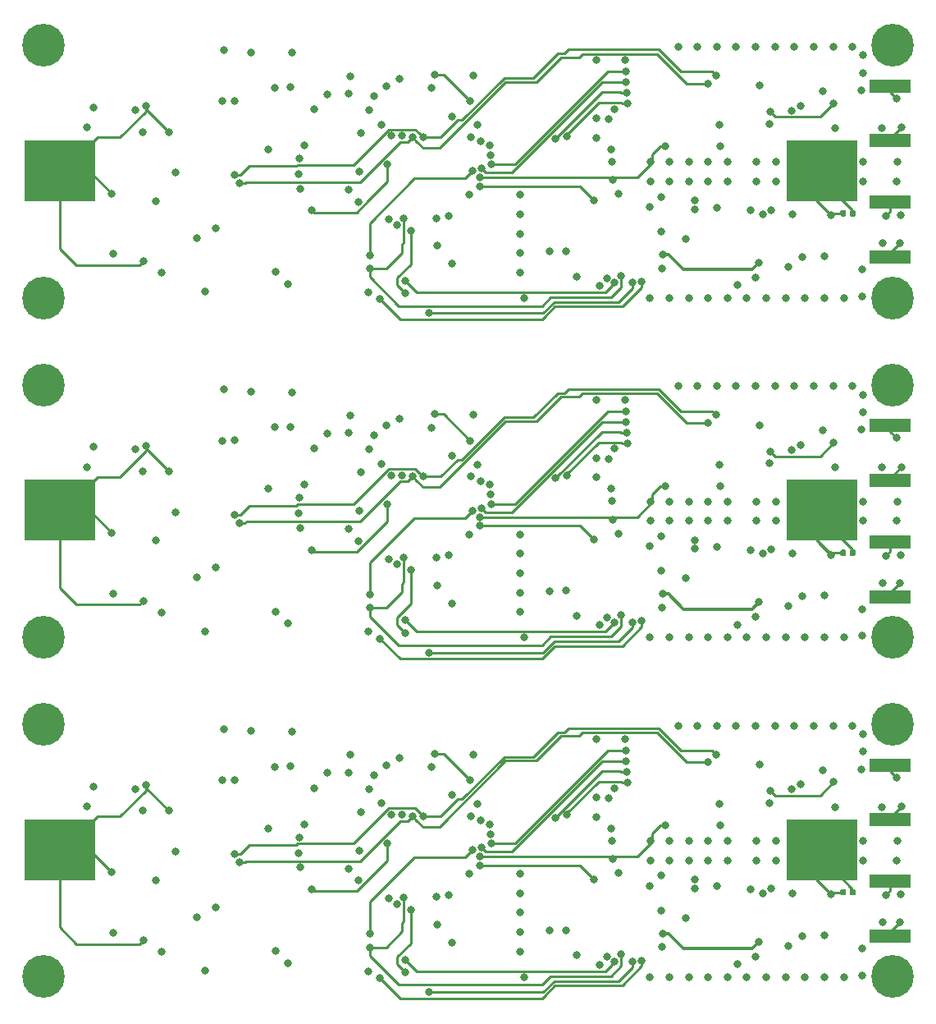
<source format=gbr>
G04 #@! TF.GenerationSoftware,KiCad,Pcbnew,(5.1.5)-3*
G04 #@! TF.CreationDate,2020-05-17T20:08:28+05:30*
G04 #@! TF.ProjectId,panel,70616e65-6c2e-46b6-9963-61645f706362,rev?*
G04 #@! TF.SameCoordinates,Original*
G04 #@! TF.FileFunction,Copper,L4,Bot*
G04 #@! TF.FilePolarity,Positive*
%FSLAX46Y46*%
G04 Gerber Fmt 4.6, Leading zero omitted, Abs format (unit mm)*
G04 Created by KiCad (PCBNEW (5.1.5)-3) date 2020-05-17 20:08:28*
%MOMM*%
%LPD*%
G04 APERTURE LIST*
%ADD10R,4.200000X1.350000*%
%ADD11C,0.100000*%
%ADD12C,0.700000*%
%ADD13C,4.400000*%
%ADD14R,7.340000X6.350000*%
%ADD15C,0.800000*%
%ADD16C,0.250000*%
%ADD17C,0.300000*%
G04 APERTURE END LIST*
D10*
X220800000Y-144175000D03*
X220800000Y-149825000D03*
X220800000Y-109175000D03*
X220800000Y-114825000D03*
X220800000Y-132175000D03*
X220800000Y-137825000D03*
X220800000Y-97175000D03*
X220800000Y-102825000D03*
G04 #@! TA.AperFunction,SMDPad,CuDef*
D11*
G36*
X217061958Y-144980710D02*
G01*
X217076276Y-144982834D01*
X217090317Y-144986351D01*
X217103946Y-144991228D01*
X217117031Y-144997417D01*
X217129447Y-145004858D01*
X217141073Y-145013481D01*
X217151798Y-145023202D01*
X217161519Y-145033927D01*
X217170142Y-145045553D01*
X217177583Y-145057969D01*
X217183772Y-145071054D01*
X217188649Y-145084683D01*
X217192166Y-145098724D01*
X217194290Y-145113042D01*
X217195000Y-145127500D01*
X217195000Y-145472500D01*
X217194290Y-145486958D01*
X217192166Y-145501276D01*
X217188649Y-145515317D01*
X217183772Y-145528946D01*
X217177583Y-145542031D01*
X217170142Y-145554447D01*
X217161519Y-145566073D01*
X217151798Y-145576798D01*
X217141073Y-145586519D01*
X217129447Y-145595142D01*
X217117031Y-145602583D01*
X217103946Y-145608772D01*
X217090317Y-145613649D01*
X217076276Y-145617166D01*
X217061958Y-145619290D01*
X217047500Y-145620000D01*
X216752500Y-145620000D01*
X216738042Y-145619290D01*
X216723724Y-145617166D01*
X216709683Y-145613649D01*
X216696054Y-145608772D01*
X216682969Y-145602583D01*
X216670553Y-145595142D01*
X216658927Y-145586519D01*
X216648202Y-145576798D01*
X216638481Y-145566073D01*
X216629858Y-145554447D01*
X216622417Y-145542031D01*
X216616228Y-145528946D01*
X216611351Y-145515317D01*
X216607834Y-145501276D01*
X216605710Y-145486958D01*
X216605000Y-145472500D01*
X216605000Y-145127500D01*
X216605710Y-145113042D01*
X216607834Y-145098724D01*
X216611351Y-145084683D01*
X216616228Y-145071054D01*
X216622417Y-145057969D01*
X216629858Y-145045553D01*
X216638481Y-145033927D01*
X216648202Y-145023202D01*
X216658927Y-145013481D01*
X216670553Y-145004858D01*
X216682969Y-144997417D01*
X216696054Y-144991228D01*
X216709683Y-144986351D01*
X216723724Y-144982834D01*
X216738042Y-144980710D01*
X216752500Y-144980000D01*
X217047500Y-144980000D01*
X217061958Y-144980710D01*
G37*
G04 #@! TD.AperFunction*
G04 #@! TA.AperFunction,SMDPad,CuDef*
G36*
X216091958Y-144980710D02*
G01*
X216106276Y-144982834D01*
X216120317Y-144986351D01*
X216133946Y-144991228D01*
X216147031Y-144997417D01*
X216159447Y-145004858D01*
X216171073Y-145013481D01*
X216181798Y-145023202D01*
X216191519Y-145033927D01*
X216200142Y-145045553D01*
X216207583Y-145057969D01*
X216213772Y-145071054D01*
X216218649Y-145084683D01*
X216222166Y-145098724D01*
X216224290Y-145113042D01*
X216225000Y-145127500D01*
X216225000Y-145472500D01*
X216224290Y-145486958D01*
X216222166Y-145501276D01*
X216218649Y-145515317D01*
X216213772Y-145528946D01*
X216207583Y-145542031D01*
X216200142Y-145554447D01*
X216191519Y-145566073D01*
X216181798Y-145576798D01*
X216171073Y-145586519D01*
X216159447Y-145595142D01*
X216147031Y-145602583D01*
X216133946Y-145608772D01*
X216120317Y-145613649D01*
X216106276Y-145617166D01*
X216091958Y-145619290D01*
X216077500Y-145620000D01*
X215782500Y-145620000D01*
X215768042Y-145619290D01*
X215753724Y-145617166D01*
X215739683Y-145613649D01*
X215726054Y-145608772D01*
X215712969Y-145602583D01*
X215700553Y-145595142D01*
X215688927Y-145586519D01*
X215678202Y-145576798D01*
X215668481Y-145566073D01*
X215659858Y-145554447D01*
X215652417Y-145542031D01*
X215646228Y-145528946D01*
X215641351Y-145515317D01*
X215637834Y-145501276D01*
X215635710Y-145486958D01*
X215635000Y-145472500D01*
X215635000Y-145127500D01*
X215635710Y-145113042D01*
X215637834Y-145098724D01*
X215641351Y-145084683D01*
X215646228Y-145071054D01*
X215652417Y-145057969D01*
X215659858Y-145045553D01*
X215668481Y-145033927D01*
X215678202Y-145023202D01*
X215688927Y-145013481D01*
X215700553Y-145004858D01*
X215712969Y-144997417D01*
X215726054Y-144991228D01*
X215739683Y-144986351D01*
X215753724Y-144982834D01*
X215768042Y-144980710D01*
X215782500Y-144980000D01*
X216077500Y-144980000D01*
X216091958Y-144980710D01*
G37*
G04 #@! TD.AperFunction*
G04 #@! TA.AperFunction,SMDPad,CuDef*
G36*
X217061958Y-109980710D02*
G01*
X217076276Y-109982834D01*
X217090317Y-109986351D01*
X217103946Y-109991228D01*
X217117031Y-109997417D01*
X217129447Y-110004858D01*
X217141073Y-110013481D01*
X217151798Y-110023202D01*
X217161519Y-110033927D01*
X217170142Y-110045553D01*
X217177583Y-110057969D01*
X217183772Y-110071054D01*
X217188649Y-110084683D01*
X217192166Y-110098724D01*
X217194290Y-110113042D01*
X217195000Y-110127500D01*
X217195000Y-110472500D01*
X217194290Y-110486958D01*
X217192166Y-110501276D01*
X217188649Y-110515317D01*
X217183772Y-110528946D01*
X217177583Y-110542031D01*
X217170142Y-110554447D01*
X217161519Y-110566073D01*
X217151798Y-110576798D01*
X217141073Y-110586519D01*
X217129447Y-110595142D01*
X217117031Y-110602583D01*
X217103946Y-110608772D01*
X217090317Y-110613649D01*
X217076276Y-110617166D01*
X217061958Y-110619290D01*
X217047500Y-110620000D01*
X216752500Y-110620000D01*
X216738042Y-110619290D01*
X216723724Y-110617166D01*
X216709683Y-110613649D01*
X216696054Y-110608772D01*
X216682969Y-110602583D01*
X216670553Y-110595142D01*
X216658927Y-110586519D01*
X216648202Y-110576798D01*
X216638481Y-110566073D01*
X216629858Y-110554447D01*
X216622417Y-110542031D01*
X216616228Y-110528946D01*
X216611351Y-110515317D01*
X216607834Y-110501276D01*
X216605710Y-110486958D01*
X216605000Y-110472500D01*
X216605000Y-110127500D01*
X216605710Y-110113042D01*
X216607834Y-110098724D01*
X216611351Y-110084683D01*
X216616228Y-110071054D01*
X216622417Y-110057969D01*
X216629858Y-110045553D01*
X216638481Y-110033927D01*
X216648202Y-110023202D01*
X216658927Y-110013481D01*
X216670553Y-110004858D01*
X216682969Y-109997417D01*
X216696054Y-109991228D01*
X216709683Y-109986351D01*
X216723724Y-109982834D01*
X216738042Y-109980710D01*
X216752500Y-109980000D01*
X217047500Y-109980000D01*
X217061958Y-109980710D01*
G37*
G04 #@! TD.AperFunction*
G04 #@! TA.AperFunction,SMDPad,CuDef*
G36*
X216091958Y-109980710D02*
G01*
X216106276Y-109982834D01*
X216120317Y-109986351D01*
X216133946Y-109991228D01*
X216147031Y-109997417D01*
X216159447Y-110004858D01*
X216171073Y-110013481D01*
X216181798Y-110023202D01*
X216191519Y-110033927D01*
X216200142Y-110045553D01*
X216207583Y-110057969D01*
X216213772Y-110071054D01*
X216218649Y-110084683D01*
X216222166Y-110098724D01*
X216224290Y-110113042D01*
X216225000Y-110127500D01*
X216225000Y-110472500D01*
X216224290Y-110486958D01*
X216222166Y-110501276D01*
X216218649Y-110515317D01*
X216213772Y-110528946D01*
X216207583Y-110542031D01*
X216200142Y-110554447D01*
X216191519Y-110566073D01*
X216181798Y-110576798D01*
X216171073Y-110586519D01*
X216159447Y-110595142D01*
X216147031Y-110602583D01*
X216133946Y-110608772D01*
X216120317Y-110613649D01*
X216106276Y-110617166D01*
X216091958Y-110619290D01*
X216077500Y-110620000D01*
X215782500Y-110620000D01*
X215768042Y-110619290D01*
X215753724Y-110617166D01*
X215739683Y-110613649D01*
X215726054Y-110608772D01*
X215712969Y-110602583D01*
X215700553Y-110595142D01*
X215688927Y-110586519D01*
X215678202Y-110576798D01*
X215668481Y-110566073D01*
X215659858Y-110554447D01*
X215652417Y-110542031D01*
X215646228Y-110528946D01*
X215641351Y-110515317D01*
X215637834Y-110501276D01*
X215635710Y-110486958D01*
X215635000Y-110472500D01*
X215635000Y-110127500D01*
X215635710Y-110113042D01*
X215637834Y-110098724D01*
X215641351Y-110084683D01*
X215646228Y-110071054D01*
X215652417Y-110057969D01*
X215659858Y-110045553D01*
X215668481Y-110033927D01*
X215678202Y-110023202D01*
X215688927Y-110013481D01*
X215700553Y-110004858D01*
X215712969Y-109997417D01*
X215726054Y-109991228D01*
X215739683Y-109986351D01*
X215753724Y-109982834D01*
X215768042Y-109980710D01*
X215782500Y-109980000D01*
X216077500Y-109980000D01*
X216091958Y-109980710D01*
G37*
G04 #@! TD.AperFunction*
D12*
X222166726Y-152833274D03*
X221000000Y-152350000D03*
X219833274Y-152833274D03*
X219350000Y-154000000D03*
X219833274Y-155166726D03*
X221000000Y-155650000D03*
X222166726Y-155166726D03*
X222650000Y-154000000D03*
D13*
X221000000Y-154000000D03*
D12*
X222166726Y-117833274D03*
X221000000Y-117350000D03*
X219833274Y-117833274D03*
X219350000Y-119000000D03*
X219833274Y-120166726D03*
X221000000Y-120650000D03*
X222166726Y-120166726D03*
X222650000Y-119000000D03*
D13*
X221000000Y-119000000D03*
D14*
X135070000Y-140900000D03*
X213730000Y-140900000D03*
X135070000Y-105900000D03*
X213730000Y-105900000D03*
D12*
X222166726Y-126833274D03*
X221000000Y-126350000D03*
X219833274Y-126833274D03*
X219350000Y-128000000D03*
X219833274Y-129166726D03*
X221000000Y-129650000D03*
X222166726Y-129166726D03*
X222650000Y-128000000D03*
D13*
X221000000Y-128000000D03*
D12*
X222166726Y-91833274D03*
X221000000Y-91350000D03*
X219833274Y-91833274D03*
X219350000Y-93000000D03*
X219833274Y-94166726D03*
X221000000Y-94650000D03*
X222166726Y-94166726D03*
X222650000Y-93000000D03*
D13*
X221000000Y-93000000D03*
X133400000Y-128000000D03*
D12*
X135050000Y-128000000D03*
X134566726Y-129166726D03*
X133400000Y-129650000D03*
X132233274Y-129166726D03*
X131750000Y-128000000D03*
X132233274Y-126833274D03*
X133400000Y-126350000D03*
X134566726Y-126833274D03*
D13*
X133400000Y-93000000D03*
D12*
X135050000Y-93000000D03*
X134566726Y-94166726D03*
X133400000Y-94650000D03*
X132233274Y-94166726D03*
X131750000Y-93000000D03*
X132233274Y-91833274D03*
X133400000Y-91350000D03*
X134566726Y-91833274D03*
X134566726Y-152833274D03*
X133400000Y-152350000D03*
X132233274Y-152833274D03*
X131750000Y-154000000D03*
X132233274Y-155166726D03*
X133400000Y-155650000D03*
X134566726Y-155166726D03*
X135050000Y-154000000D03*
D13*
X133400000Y-154000000D03*
D12*
X134566726Y-117833274D03*
X133400000Y-117350000D03*
X132233274Y-117833274D03*
X131750000Y-119000000D03*
X132233274Y-120166726D03*
X133400000Y-120650000D03*
X134566726Y-120166726D03*
X135050000Y-119000000D03*
D13*
X133400000Y-119000000D03*
D14*
X213730000Y-70900000D03*
X135070000Y-70900000D03*
D13*
X221000000Y-84000000D03*
D12*
X222650000Y-84000000D03*
X222166726Y-85166726D03*
X221000000Y-85650000D03*
X219833274Y-85166726D03*
X219350000Y-84000000D03*
X219833274Y-82833274D03*
X221000000Y-82350000D03*
X222166726Y-82833274D03*
D13*
X221000000Y-58000000D03*
D12*
X222650000Y-58000000D03*
X222166726Y-59166726D03*
X221000000Y-59650000D03*
X219833274Y-59166726D03*
X219350000Y-58000000D03*
X219833274Y-56833274D03*
X221000000Y-56350000D03*
X222166726Y-56833274D03*
D13*
X133400000Y-84000000D03*
D12*
X135050000Y-84000000D03*
X134566726Y-85166726D03*
X133400000Y-85650000D03*
X132233274Y-85166726D03*
X131750000Y-84000000D03*
X132233274Y-82833274D03*
X133400000Y-82350000D03*
X134566726Y-82833274D03*
X134566726Y-56833274D03*
X133400000Y-56350000D03*
X132233274Y-56833274D03*
X131750000Y-58000000D03*
X132233274Y-59166726D03*
X133400000Y-59650000D03*
X134566726Y-59166726D03*
X135050000Y-58000000D03*
D13*
X133400000Y-58000000D03*
G04 #@! TA.AperFunction,SMDPad,CuDef*
D11*
G36*
X216091958Y-74980710D02*
G01*
X216106276Y-74982834D01*
X216120317Y-74986351D01*
X216133946Y-74991228D01*
X216147031Y-74997417D01*
X216159447Y-75004858D01*
X216171073Y-75013481D01*
X216181798Y-75023202D01*
X216191519Y-75033927D01*
X216200142Y-75045553D01*
X216207583Y-75057969D01*
X216213772Y-75071054D01*
X216218649Y-75084683D01*
X216222166Y-75098724D01*
X216224290Y-75113042D01*
X216225000Y-75127500D01*
X216225000Y-75472500D01*
X216224290Y-75486958D01*
X216222166Y-75501276D01*
X216218649Y-75515317D01*
X216213772Y-75528946D01*
X216207583Y-75542031D01*
X216200142Y-75554447D01*
X216191519Y-75566073D01*
X216181798Y-75576798D01*
X216171073Y-75586519D01*
X216159447Y-75595142D01*
X216147031Y-75602583D01*
X216133946Y-75608772D01*
X216120317Y-75613649D01*
X216106276Y-75617166D01*
X216091958Y-75619290D01*
X216077500Y-75620000D01*
X215782500Y-75620000D01*
X215768042Y-75619290D01*
X215753724Y-75617166D01*
X215739683Y-75613649D01*
X215726054Y-75608772D01*
X215712969Y-75602583D01*
X215700553Y-75595142D01*
X215688927Y-75586519D01*
X215678202Y-75576798D01*
X215668481Y-75566073D01*
X215659858Y-75554447D01*
X215652417Y-75542031D01*
X215646228Y-75528946D01*
X215641351Y-75515317D01*
X215637834Y-75501276D01*
X215635710Y-75486958D01*
X215635000Y-75472500D01*
X215635000Y-75127500D01*
X215635710Y-75113042D01*
X215637834Y-75098724D01*
X215641351Y-75084683D01*
X215646228Y-75071054D01*
X215652417Y-75057969D01*
X215659858Y-75045553D01*
X215668481Y-75033927D01*
X215678202Y-75023202D01*
X215688927Y-75013481D01*
X215700553Y-75004858D01*
X215712969Y-74997417D01*
X215726054Y-74991228D01*
X215739683Y-74986351D01*
X215753724Y-74982834D01*
X215768042Y-74980710D01*
X215782500Y-74980000D01*
X216077500Y-74980000D01*
X216091958Y-74980710D01*
G37*
G04 #@! TD.AperFunction*
G04 #@! TA.AperFunction,SMDPad,CuDef*
G36*
X217061958Y-74980710D02*
G01*
X217076276Y-74982834D01*
X217090317Y-74986351D01*
X217103946Y-74991228D01*
X217117031Y-74997417D01*
X217129447Y-75004858D01*
X217141073Y-75013481D01*
X217151798Y-75023202D01*
X217161519Y-75033927D01*
X217170142Y-75045553D01*
X217177583Y-75057969D01*
X217183772Y-75071054D01*
X217188649Y-75084683D01*
X217192166Y-75098724D01*
X217194290Y-75113042D01*
X217195000Y-75127500D01*
X217195000Y-75472500D01*
X217194290Y-75486958D01*
X217192166Y-75501276D01*
X217188649Y-75515317D01*
X217183772Y-75528946D01*
X217177583Y-75542031D01*
X217170142Y-75554447D01*
X217161519Y-75566073D01*
X217151798Y-75576798D01*
X217141073Y-75586519D01*
X217129447Y-75595142D01*
X217117031Y-75602583D01*
X217103946Y-75608772D01*
X217090317Y-75613649D01*
X217076276Y-75617166D01*
X217061958Y-75619290D01*
X217047500Y-75620000D01*
X216752500Y-75620000D01*
X216738042Y-75619290D01*
X216723724Y-75617166D01*
X216709683Y-75613649D01*
X216696054Y-75608772D01*
X216682969Y-75602583D01*
X216670553Y-75595142D01*
X216658927Y-75586519D01*
X216648202Y-75576798D01*
X216638481Y-75566073D01*
X216629858Y-75554447D01*
X216622417Y-75542031D01*
X216616228Y-75528946D01*
X216611351Y-75515317D01*
X216607834Y-75501276D01*
X216605710Y-75486958D01*
X216605000Y-75472500D01*
X216605000Y-75127500D01*
X216605710Y-75113042D01*
X216607834Y-75098724D01*
X216611351Y-75084683D01*
X216616228Y-75071054D01*
X216622417Y-75057969D01*
X216629858Y-75045553D01*
X216638481Y-75033927D01*
X216648202Y-75023202D01*
X216658927Y-75013481D01*
X216670553Y-75004858D01*
X216682969Y-74997417D01*
X216696054Y-74991228D01*
X216709683Y-74986351D01*
X216723724Y-74982834D01*
X216738042Y-74980710D01*
X216752500Y-74980000D01*
X217047500Y-74980000D01*
X217061958Y-74980710D01*
G37*
G04 #@! TD.AperFunction*
D10*
X220800000Y-67825000D03*
X220800000Y-62175000D03*
X220800000Y-79825000D03*
X220800000Y-74175000D03*
D15*
X218000000Y-72000000D03*
X209000000Y-72000000D03*
X207000000Y-72000000D03*
X204000000Y-72000000D03*
X202000000Y-72000000D03*
X200000000Y-72000000D03*
X198000000Y-72000000D03*
X196000000Y-72000000D03*
X192120010Y-71879990D03*
X182600000Y-73400000D03*
X182600000Y-75400000D03*
X182600000Y-77400000D03*
X182600000Y-79400000D03*
X182600000Y-81400000D03*
X182979999Y-84020001D03*
X195979999Y-84020001D03*
X197979999Y-84020001D03*
X199979999Y-84020001D03*
X201979999Y-84020001D03*
X203979999Y-84020001D03*
X205979999Y-84020001D03*
X207979999Y-84020001D03*
X209979999Y-84020001D03*
X211979999Y-84020001D03*
X213979999Y-84020001D03*
X215979999Y-84020001D03*
X217850000Y-83850000D03*
X211000000Y-72000000D03*
X213000000Y-72000000D03*
X216000000Y-72000000D03*
X218000000Y-70000000D03*
X216000000Y-70000000D03*
X213000000Y-70000000D03*
X211000000Y-70000000D03*
X209000000Y-70000000D03*
X207000000Y-70000000D03*
X204000000Y-70000000D03*
X202000000Y-70000000D03*
X200000000Y-70000000D03*
X198000000Y-70000000D03*
X196000000Y-70000000D03*
X192029999Y-69970001D03*
X190479999Y-67520001D03*
X190479999Y-65520001D03*
X190479999Y-59520001D03*
X198879999Y-58120001D03*
X200879999Y-58120001D03*
X202879999Y-58120001D03*
X204879999Y-58120001D03*
X206879999Y-58120001D03*
X208879999Y-58120001D03*
X210879999Y-58120001D03*
X212879999Y-58120001D03*
X214879999Y-58120001D03*
X216879999Y-58120001D03*
X218000000Y-59000000D03*
X218000000Y-60800000D03*
X217900000Y-81100000D03*
X221400000Y-72000000D03*
X221500000Y-70000000D03*
X207300000Y-62150000D03*
X208275000Y-66075000D03*
X203150000Y-66200000D03*
X203200000Y-68400000D03*
X210600000Y-64700000D03*
X211500000Y-64200000D03*
X213800000Y-62700000D03*
X217800000Y-62600000D03*
X219900000Y-66500000D03*
X221900000Y-75500000D03*
X221800000Y-78400000D03*
X220000000Y-78400000D03*
X220300000Y-75600000D03*
X214700000Y-75500000D03*
X211700000Y-79800000D03*
X214000000Y-79700000D03*
X210300000Y-80800000D03*
X206900000Y-81900000D03*
X210700000Y-75400000D03*
X207600000Y-75400000D03*
X206400000Y-75000000D03*
X202900000Y-74700000D03*
X200600000Y-74000000D03*
X200600000Y-74900000D03*
X197100000Y-73600000D03*
X193400000Y-59500000D03*
X192000000Y-68700000D03*
X205000000Y-82700000D03*
X199700000Y-77950000D03*
X197250000Y-80950000D03*
X197118552Y-77176810D03*
X188450000Y-81800000D03*
X185650000Y-79250000D03*
X187350000Y-79200000D03*
X178150000Y-66200000D03*
X177500000Y-67450000D03*
X168750000Y-62200000D03*
X169300000Y-67300000D03*
X165050000Y-61150000D03*
X170100000Y-61450000D03*
X177350000Y-73400000D03*
X165900000Y-74100000D03*
X160350000Y-68300000D03*
X159800000Y-69650000D03*
X159700000Y-71250000D03*
X159900000Y-72750000D03*
X161300000Y-64550000D03*
X162650000Y-63000000D03*
X164900000Y-62950000D03*
X167000000Y-64650000D03*
X173950000Y-75800000D03*
X142850000Y-64650000D03*
X138550000Y-64400000D03*
X143600000Y-66900000D03*
X147000000Y-71100000D03*
X166900000Y-83450000D03*
X175550000Y-80500000D03*
X158900000Y-62300000D03*
X157250000Y-62350000D03*
X152050000Y-58450000D03*
X151850000Y-63750000D03*
X153150000Y-63700000D03*
X145600000Y-81455000D03*
X149200000Y-77850000D03*
X151200000Y-76850000D03*
X157350000Y-81350000D03*
X158600000Y-82600000D03*
X140600000Y-79500000D03*
X145000000Y-74050000D03*
X221450000Y-63450000D03*
X221950000Y-66450000D03*
X137900000Y-66450000D03*
X191561671Y-81977677D03*
X166000000Y-71000000D03*
X192350000Y-64550000D03*
X215100000Y-66500000D03*
X156550000Y-68700000D03*
X192700000Y-73300000D03*
X197600000Y-68400000D03*
X178440118Y-71606003D03*
X151850000Y-98750000D03*
X151850000Y-133750000D03*
X153150000Y-98700000D03*
X153150000Y-133700000D03*
X158600000Y-117600000D03*
X158600000Y-152600000D03*
X149200000Y-112850000D03*
X149200000Y-147850000D03*
X145000000Y-109050000D03*
X145000000Y-144050000D03*
X137900000Y-101450000D03*
X137900000Y-136450000D03*
X166000000Y-106000000D03*
X166000000Y-141000000D03*
X192700000Y-108300000D03*
X192700000Y-143300000D03*
X192350000Y-99550000D03*
X192350000Y-134550000D03*
X145600000Y-116455000D03*
X145600000Y-151455000D03*
X157350000Y-116350000D03*
X157350000Y-151350000D03*
X221950000Y-101450000D03*
X221950000Y-136450000D03*
X151200000Y-111850000D03*
X151200000Y-146850000D03*
X191561671Y-116977677D03*
X191561671Y-151977677D03*
X140600000Y-114500000D03*
X140600000Y-149500000D03*
X221450000Y-98450000D03*
X221450000Y-133450000D03*
X156550000Y-103700000D03*
X156550000Y-138700000D03*
X215100000Y-101500000D03*
X215100000Y-136500000D03*
X197600000Y-103400000D03*
X197600000Y-138400000D03*
X178440118Y-106606003D03*
X178440118Y-141606003D03*
X175550000Y-115500000D03*
X175550000Y-150500000D03*
X158900000Y-97300000D03*
X158900000Y-132300000D03*
X157250000Y-97350000D03*
X157250000Y-132350000D03*
X152050000Y-93450000D03*
X152050000Y-128450000D03*
X204000000Y-107000000D03*
X204000000Y-142000000D03*
X209000000Y-107000000D03*
X209000000Y-142000000D03*
X196000000Y-107000000D03*
X196000000Y-142000000D03*
X182600000Y-108400000D03*
X182600000Y-143400000D03*
X218000000Y-107000000D03*
X218000000Y-142000000D03*
X207000000Y-107000000D03*
X207000000Y-142000000D03*
X200000000Y-107000000D03*
X200000000Y-142000000D03*
X192120010Y-106879990D03*
X192120010Y-141879990D03*
X198000000Y-107000000D03*
X198000000Y-142000000D03*
X202000000Y-107000000D03*
X202000000Y-142000000D03*
X182600000Y-110400000D03*
X182600000Y-145400000D03*
X182600000Y-112400000D03*
X182600000Y-147400000D03*
X182600000Y-114400000D03*
X182600000Y-149400000D03*
X182600000Y-116400000D03*
X182600000Y-151400000D03*
X195979999Y-119020001D03*
X195979999Y-154020001D03*
X197979999Y-119020001D03*
X197979999Y-154020001D03*
X199979999Y-119020001D03*
X199979999Y-154020001D03*
X182979999Y-119020001D03*
X182979999Y-154020001D03*
X203979999Y-119020001D03*
X203979999Y-154020001D03*
X216000000Y-107000000D03*
X216000000Y-142000000D03*
X207979999Y-119020001D03*
X207979999Y-154020001D03*
X213000000Y-107000000D03*
X213000000Y-142000000D03*
X190479999Y-100520001D03*
X190479999Y-135520001D03*
X211000000Y-105000000D03*
X211000000Y-140000000D03*
X218000000Y-105000000D03*
X218000000Y-140000000D03*
X200000000Y-105000000D03*
X200000000Y-140000000D03*
X201979999Y-119020001D03*
X201979999Y-154020001D03*
X209000000Y-105000000D03*
X209000000Y-140000000D03*
X200879999Y-93120001D03*
X200879999Y-128120001D03*
X209979999Y-119020001D03*
X209979999Y-154020001D03*
X215979999Y-119020001D03*
X215979999Y-154020001D03*
X196000000Y-105000000D03*
X196000000Y-140000000D03*
X190479999Y-102520001D03*
X190479999Y-137520001D03*
X211979999Y-119020001D03*
X211979999Y-154020001D03*
X205979999Y-119020001D03*
X205979999Y-154020001D03*
X213979999Y-119020001D03*
X213979999Y-154020001D03*
X216000000Y-105000000D03*
X216000000Y-140000000D03*
X211000000Y-107000000D03*
X211000000Y-142000000D03*
X192029999Y-104970001D03*
X192029999Y-139970001D03*
X190479999Y-94520001D03*
X190479999Y-129520001D03*
X207000000Y-105000000D03*
X207000000Y-140000000D03*
X204000000Y-105000000D03*
X204000000Y-140000000D03*
X202000000Y-105000000D03*
X202000000Y-140000000D03*
X213000000Y-105000000D03*
X213000000Y-140000000D03*
X198000000Y-105000000D03*
X198000000Y-140000000D03*
X198879999Y-93120001D03*
X198879999Y-128120001D03*
X217850000Y-118850000D03*
X217850000Y-153850000D03*
X202879999Y-93120001D03*
X202879999Y-128120001D03*
X204879999Y-93120001D03*
X204879999Y-128120001D03*
X211500000Y-99200000D03*
X211500000Y-134200000D03*
X206879999Y-93120001D03*
X206879999Y-128120001D03*
X219900000Y-101500000D03*
X219900000Y-136500000D03*
X218000000Y-95800000D03*
X218000000Y-130800000D03*
X212879999Y-93120001D03*
X212879999Y-128120001D03*
X221500000Y-105000000D03*
X221500000Y-140000000D03*
X220000000Y-113400000D03*
X220000000Y-148400000D03*
X221800000Y-113400000D03*
X221800000Y-148400000D03*
X220300000Y-110600000D03*
X220300000Y-145600000D03*
X210300000Y-115800000D03*
X210300000Y-150800000D03*
X214700000Y-110500000D03*
X214700000Y-145500000D03*
X221900000Y-110500000D03*
X221900000Y-145500000D03*
X210700000Y-110400000D03*
X210700000Y-145400000D03*
X207600000Y-110400000D03*
X207600000Y-145400000D03*
X214000000Y-114700000D03*
X214000000Y-149700000D03*
X206400000Y-110000000D03*
X206400000Y-145000000D03*
X217900000Y-116100000D03*
X217900000Y-151100000D03*
X216879999Y-93120001D03*
X216879999Y-128120001D03*
X207300000Y-97150000D03*
X207300000Y-132150000D03*
X208879999Y-93120001D03*
X208879999Y-128120001D03*
X218000000Y-94000000D03*
X218000000Y-129000000D03*
X203200000Y-103400000D03*
X203200000Y-138400000D03*
X210879999Y-93120001D03*
X210879999Y-128120001D03*
X213800000Y-97700000D03*
X213800000Y-132700000D03*
X217800000Y-97600000D03*
X217800000Y-132600000D03*
X203150000Y-101200000D03*
X203150000Y-136200000D03*
X210600000Y-99700000D03*
X210600000Y-134700000D03*
X211700000Y-114800000D03*
X211700000Y-149800000D03*
X206900000Y-116900000D03*
X206900000Y-151900000D03*
X214879999Y-93120001D03*
X214879999Y-128120001D03*
X221400000Y-107000000D03*
X221400000Y-142000000D03*
X208275000Y-101075000D03*
X208275000Y-136075000D03*
X142850000Y-99650000D03*
X142850000Y-134650000D03*
X165050000Y-96150000D03*
X165050000Y-131150000D03*
X165900000Y-109100000D03*
X165900000Y-144100000D03*
X138550000Y-99400000D03*
X138550000Y-134400000D03*
X188450000Y-116800000D03*
X188450000Y-151800000D03*
X197100000Y-108600000D03*
X197100000Y-143600000D03*
X200600000Y-109000000D03*
X200600000Y-144000000D03*
X205000000Y-117700000D03*
X205000000Y-152700000D03*
X168750000Y-97200000D03*
X168750000Y-132200000D03*
X177350000Y-108400000D03*
X177350000Y-143400000D03*
X159800000Y-104650000D03*
X159800000Y-139650000D03*
X185650000Y-114250000D03*
X185650000Y-149250000D03*
X197118552Y-112176810D03*
X197118552Y-147176810D03*
X169300000Y-102300000D03*
X169300000Y-137300000D03*
X160350000Y-103300000D03*
X160350000Y-138300000D03*
X164900000Y-97950000D03*
X164900000Y-132950000D03*
X167000000Y-99650000D03*
X167000000Y-134650000D03*
X200600000Y-109900000D03*
X200600000Y-144900000D03*
X202900000Y-109700000D03*
X202900000Y-144700000D03*
X199700000Y-112950000D03*
X199700000Y-147950000D03*
X170100000Y-96450000D03*
X170100000Y-131450000D03*
X192000000Y-103700000D03*
X192000000Y-138700000D03*
X197250000Y-115950000D03*
X197250000Y-150950000D03*
X187350000Y-114200000D03*
X187350000Y-149200000D03*
X178150000Y-101200000D03*
X178150000Y-136200000D03*
X159700000Y-106250000D03*
X159700000Y-141250000D03*
X177500000Y-102450000D03*
X177500000Y-137450000D03*
X159900000Y-107750000D03*
X159900000Y-142750000D03*
X161300000Y-99550000D03*
X161300000Y-134550000D03*
X193400000Y-94500000D03*
X193400000Y-129500000D03*
X162650000Y-98000000D03*
X162650000Y-133000000D03*
X173950000Y-110800000D03*
X173950000Y-145800000D03*
X166900000Y-118450000D03*
X166900000Y-153450000D03*
X143600000Y-101900000D03*
X143600000Y-136900000D03*
X147000000Y-106100000D03*
X147000000Y-141100000D03*
X168900000Y-70250000D03*
X161100000Y-75000000D03*
X161100000Y-110000000D03*
X161100000Y-145000000D03*
X168900000Y-105250000D03*
X168900000Y-140250000D03*
X208450000Y-74950000D03*
X195950000Y-74650000D03*
X175550000Y-65300000D03*
X173450000Y-62400000D03*
X167500000Y-63200000D03*
X174000000Y-78650000D03*
X159050000Y-58750000D03*
X154800000Y-58700000D03*
X150050000Y-83400000D03*
X164850000Y-72850000D03*
X191750000Y-65600000D03*
X175250000Y-75550000D03*
X168250000Y-66150000D03*
X166150000Y-67000000D03*
X190800000Y-82750000D03*
X208450000Y-109950000D03*
X208450000Y-144950000D03*
X195950000Y-109650000D03*
X195950000Y-144650000D03*
X175550000Y-100300000D03*
X175550000Y-135300000D03*
X167500000Y-98200000D03*
X167500000Y-133200000D03*
X175250000Y-110550000D03*
X175250000Y-145550000D03*
X164850000Y-107850000D03*
X164850000Y-142850000D03*
X154800000Y-93700000D03*
X154800000Y-128700000D03*
X190800000Y-117750000D03*
X190800000Y-152750000D03*
X174000000Y-113650000D03*
X174000000Y-148650000D03*
X191750000Y-100600000D03*
X191750000Y-135600000D03*
X166150000Y-102000000D03*
X166150000Y-137000000D03*
X159050000Y-93750000D03*
X159050000Y-128750000D03*
X173450000Y-97400000D03*
X173450000Y-132400000D03*
X168250000Y-101150000D03*
X168250000Y-136150000D03*
X150050000Y-118400000D03*
X150050000Y-153400000D03*
X143700000Y-80250000D03*
X140450000Y-73250000D03*
X143950000Y-64250000D03*
X146300000Y-66900000D03*
X143950000Y-99250000D03*
X143950000Y-134250000D03*
X146300000Y-101900000D03*
X146300000Y-136900000D03*
X143700000Y-115250000D03*
X143700000Y-150250000D03*
X140450000Y-108250000D03*
X140450000Y-143250000D03*
X193500000Y-60700000D03*
X179650000Y-70250000D03*
X179650000Y-105250000D03*
X179650000Y-140250000D03*
X193500000Y-95700000D03*
X193500000Y-130700000D03*
X193500000Y-61800000D03*
X178600000Y-70700000D03*
X178600000Y-105700000D03*
X178600000Y-140700000D03*
X193500000Y-96800000D03*
X193500000Y-131800000D03*
X177750000Y-61100000D03*
X177750000Y-96100000D03*
X177750000Y-131100000D03*
X173800000Y-61000000D03*
X178500000Y-67900000D03*
X177450000Y-63750000D03*
X178500000Y-102900000D03*
X178500000Y-137900000D03*
X177450000Y-98750000D03*
X177450000Y-133750000D03*
X173800000Y-96000000D03*
X173800000Y-131000000D03*
X202800000Y-61100000D03*
X172550000Y-67450000D03*
X153150000Y-71350000D03*
X153150000Y-106350000D03*
X153150000Y-141350000D03*
X202800000Y-96100000D03*
X202800000Y-131100000D03*
X172550000Y-102450000D03*
X172550000Y-137450000D03*
X202000000Y-61900000D03*
X171450000Y-67450000D03*
X153650000Y-72200000D03*
X153650000Y-107200000D03*
X153650000Y-142200000D03*
X202000000Y-96900000D03*
X202000000Y-131900000D03*
X171450000Y-102450000D03*
X171450000Y-137450000D03*
X170400000Y-67300000D03*
X170400000Y-102300000D03*
X170400000Y-137300000D03*
X177650000Y-70950000D03*
X167050000Y-79600000D03*
X167050000Y-114600000D03*
X167050000Y-149600000D03*
X177650000Y-105950000D03*
X177650000Y-140950000D03*
X193600000Y-62900000D03*
X179500000Y-69300000D03*
X186250000Y-67600000D03*
X193600000Y-97900000D03*
X193600000Y-132900000D03*
X179500000Y-104300000D03*
X179500000Y-139300000D03*
X186250000Y-102600000D03*
X186250000Y-137600000D03*
X193700000Y-64000000D03*
X179450000Y-68300000D03*
X187431084Y-67331084D03*
X193700000Y-99000000D03*
X193700000Y-134000000D03*
X187431084Y-102331084D03*
X187431084Y-137331084D03*
X179450000Y-103300000D03*
X179450000Y-138300000D03*
X190181388Y-73945000D03*
X178451567Y-72525934D03*
X178451567Y-107525934D03*
X178451567Y-142525934D03*
X190181388Y-108945000D03*
X190181388Y-143945000D03*
X170750000Y-83550000D03*
X194150000Y-82450000D03*
X173200000Y-85600000D03*
X171300000Y-77100000D03*
X171300000Y-112100000D03*
X171300000Y-147100000D03*
X170750000Y-118550000D03*
X170750000Y-153550000D03*
X194150000Y-117450000D03*
X194150000Y-152450000D03*
X173200000Y-120600000D03*
X173200000Y-155600000D03*
X192978973Y-81713182D03*
X170595000Y-75816168D03*
X167050000Y-81000000D03*
X167050000Y-116000000D03*
X167050000Y-151000000D03*
X192978973Y-116713182D03*
X192978973Y-151713182D03*
X170595000Y-110816168D03*
X170595000Y-145816168D03*
X169900000Y-76500000D03*
X170750000Y-82250000D03*
X192354990Y-82443581D03*
X192354990Y-117443581D03*
X192354990Y-152443581D03*
X169900000Y-111500000D03*
X169900000Y-146500000D03*
X170750000Y-117250000D03*
X170750000Y-152250000D03*
X169050000Y-75950000D03*
X195150000Y-82350000D03*
X168100000Y-84150000D03*
X195150000Y-117350000D03*
X195150000Y-152350000D03*
X169050000Y-110950000D03*
X169050000Y-145950000D03*
X168100000Y-119150000D03*
X168100000Y-154150000D03*
X197300000Y-79550000D03*
X207250000Y-80400000D03*
X197300000Y-114550000D03*
X197300000Y-149550000D03*
X207250000Y-115400000D03*
X207250000Y-150400000D03*
X214950000Y-63950000D03*
X208400000Y-64850000D03*
X208400000Y-99850000D03*
X208400000Y-134850000D03*
X214950000Y-98950000D03*
X214950000Y-133950000D03*
D16*
X220800000Y-79825000D02*
X220800000Y-79400000D01*
X220800000Y-79400000D02*
X221800000Y-78400000D01*
X220800000Y-74175000D02*
X220800000Y-75100000D01*
X220800000Y-75100000D02*
X220300000Y-75600000D01*
X215930000Y-75300000D02*
X214900000Y-75300000D01*
X214900000Y-75300000D02*
X214700000Y-75500000D01*
X220800000Y-62175000D02*
X220800000Y-62800000D01*
X220800000Y-62800000D02*
X221450000Y-63450000D01*
X220800000Y-67825000D02*
X220800000Y-67600000D01*
X220800000Y-67600000D02*
X221950000Y-66450000D01*
D17*
X213334990Y-70736382D02*
X213450686Y-70620686D01*
X214700000Y-75500000D02*
X213334990Y-74134990D01*
X213334990Y-74134990D02*
X213334990Y-70736382D01*
D16*
X197034315Y-68400000D02*
X196184315Y-69250000D01*
X197600000Y-68400000D02*
X197034315Y-68400000D01*
X178440118Y-71606003D02*
X194643997Y-71606003D01*
X196184315Y-70065685D02*
X196184315Y-69250000D01*
X194643997Y-71606003D02*
X196184315Y-70065685D01*
X213730000Y-71810000D02*
X213730000Y-70900000D01*
X216900000Y-74980000D02*
X213730000Y-71810000D01*
X216900000Y-75300000D02*
X216900000Y-74980000D01*
D17*
X213334990Y-109134990D02*
X213334990Y-105736382D01*
X213334990Y-144134990D02*
X213334990Y-140736382D01*
X213334990Y-105736382D02*
X213450686Y-105620686D01*
X213334990Y-140736382D02*
X213450686Y-140620686D01*
X214700000Y-110500000D02*
X213334990Y-109134990D01*
X214700000Y-145500000D02*
X213334990Y-144134990D01*
D16*
X220800000Y-114400000D02*
X221800000Y-113400000D01*
X220800000Y-149400000D02*
X221800000Y-148400000D01*
X220800000Y-110100000D02*
X220300000Y-110600000D01*
X220800000Y-145100000D02*
X220300000Y-145600000D01*
X214900000Y-110300000D02*
X214700000Y-110500000D01*
X214900000Y-145300000D02*
X214700000Y-145500000D01*
X220800000Y-109175000D02*
X220800000Y-110100000D01*
X220800000Y-144175000D02*
X220800000Y-145100000D01*
X220800000Y-114825000D02*
X220800000Y-114400000D01*
X220800000Y-149825000D02*
X220800000Y-149400000D01*
X215930000Y-110300000D02*
X214900000Y-110300000D01*
X215930000Y-145300000D02*
X214900000Y-145300000D01*
X220800000Y-97800000D02*
X221450000Y-98450000D01*
X220800000Y-132800000D02*
X221450000Y-133450000D01*
X220800000Y-97175000D02*
X220800000Y-97800000D01*
X220800000Y-132175000D02*
X220800000Y-132800000D01*
X220800000Y-102600000D02*
X221950000Y-101450000D01*
X220800000Y-137600000D02*
X221950000Y-136450000D01*
X220800000Y-102825000D02*
X220800000Y-102600000D01*
X220800000Y-137825000D02*
X220800000Y-137600000D01*
X196184315Y-105065685D02*
X196184315Y-104250000D01*
X196184315Y-140065685D02*
X196184315Y-139250000D01*
X197600000Y-103400000D02*
X197034315Y-103400000D01*
X197600000Y-138400000D02*
X197034315Y-138400000D01*
X197034315Y-103400000D02*
X196184315Y-104250000D01*
X197034315Y-138400000D02*
X196184315Y-139250000D01*
X194643997Y-106606003D02*
X196184315Y-105065685D01*
X194643997Y-141606003D02*
X196184315Y-140065685D01*
X178440118Y-106606003D02*
X194643997Y-106606003D01*
X178440118Y-141606003D02*
X194643997Y-141606003D01*
X216900000Y-109980000D02*
X213730000Y-106810000D01*
X216900000Y-144980000D02*
X213730000Y-141810000D01*
X216900000Y-110300000D02*
X216900000Y-109980000D01*
X216900000Y-145300000D02*
X216900000Y-144980000D01*
X213730000Y-106810000D02*
X213730000Y-105900000D01*
X213730000Y-141810000D02*
X213730000Y-140900000D01*
X161300000Y-75200000D02*
X161100000Y-75000000D01*
X168900000Y-72050000D02*
X166950000Y-74000000D01*
X168900000Y-70250000D02*
X168900000Y-72050000D01*
X166950000Y-74000000D02*
X166950000Y-74004602D01*
X166950000Y-74004602D02*
X165754602Y-75200000D01*
X165754602Y-75200000D02*
X161300000Y-75200000D01*
X161300000Y-110200000D02*
X161100000Y-110000000D01*
X161300000Y-145200000D02*
X161100000Y-145000000D01*
X165754602Y-110200000D02*
X161300000Y-110200000D01*
X165754602Y-145200000D02*
X161300000Y-145200000D01*
X166950000Y-109004602D02*
X165754602Y-110200000D01*
X166950000Y-144004602D02*
X165754602Y-145200000D01*
X168900000Y-107050000D02*
X166950000Y-109000000D01*
X168900000Y-142050000D02*
X166950000Y-144000000D01*
X166950000Y-109000000D02*
X166950000Y-109004602D01*
X166950000Y-144000000D02*
X166950000Y-144004602D01*
X168900000Y-105250000D02*
X168900000Y-107050000D01*
X168900000Y-140250000D02*
X168900000Y-142050000D01*
X135070000Y-78920000D02*
X135070000Y-70900000D01*
X143700000Y-80250000D02*
X143300001Y-80649999D01*
X136799999Y-80649999D02*
X135070000Y-78920000D01*
X143300001Y-80649999D02*
X136799999Y-80649999D01*
X138100000Y-70900000D02*
X135070000Y-70900000D01*
X140450000Y-73250000D02*
X138100000Y-70900000D01*
X141290685Y-67475000D02*
X138990000Y-67475000D01*
X143950000Y-64815685D02*
X141290685Y-67475000D01*
X135565000Y-70900000D02*
X135070000Y-70900000D01*
X138990000Y-67475000D02*
X135565000Y-70900000D01*
X143950000Y-64250000D02*
X143950000Y-64815685D01*
X143950000Y-64550000D02*
X143950000Y-64250000D01*
X146300000Y-66900000D02*
X143950000Y-64550000D01*
X136799999Y-115649999D02*
X135070000Y-113920000D01*
X136799999Y-150649999D02*
X135070000Y-148920000D01*
X143300001Y-115649999D02*
X136799999Y-115649999D01*
X143300001Y-150649999D02*
X136799999Y-150649999D01*
X140450000Y-108250000D02*
X138100000Y-105900000D01*
X140450000Y-143250000D02*
X138100000Y-140900000D01*
X135070000Y-113920000D02*
X135070000Y-105900000D01*
X135070000Y-148920000D02*
X135070000Y-140900000D01*
X143950000Y-99815685D02*
X141290685Y-102475000D01*
X143950000Y-134815685D02*
X141290685Y-137475000D01*
X141290685Y-102475000D02*
X138990000Y-102475000D01*
X141290685Y-137475000D02*
X138990000Y-137475000D01*
X138100000Y-105900000D02*
X135070000Y-105900000D01*
X138100000Y-140900000D02*
X135070000Y-140900000D01*
X143700000Y-115250000D02*
X143300001Y-115649999D01*
X143700000Y-150250000D02*
X143300001Y-150649999D01*
X143950000Y-99550000D02*
X143950000Y-99250000D01*
X143950000Y-134550000D02*
X143950000Y-134250000D01*
X146300000Y-101900000D02*
X143950000Y-99550000D01*
X146300000Y-136900000D02*
X143950000Y-134550000D01*
X135565000Y-105900000D02*
X135070000Y-105900000D01*
X135565000Y-140900000D02*
X135070000Y-140900000D01*
X143950000Y-99250000D02*
X143950000Y-99815685D01*
X143950000Y-134250000D02*
X143950000Y-134815685D01*
X138990000Y-102475000D02*
X135565000Y-105900000D01*
X138990000Y-137475000D02*
X135565000Y-140900000D01*
X193500000Y-60700000D02*
X191650000Y-60700000D01*
X182100000Y-70250000D02*
X179650000Y-70250000D01*
X191650000Y-60700000D02*
X182100000Y-70250000D01*
X191650000Y-95700000D02*
X182100000Y-105250000D01*
X191650000Y-130700000D02*
X182100000Y-140250000D01*
X182100000Y-105250000D02*
X179650000Y-105250000D01*
X182100000Y-140250000D02*
X179650000Y-140250000D01*
X193500000Y-95700000D02*
X191650000Y-95700000D01*
X193500000Y-130700000D02*
X191650000Y-130700000D01*
X193500000Y-61800000D02*
X191073272Y-61800000D01*
X181773273Y-71099999D02*
X178999999Y-71099999D01*
X178999999Y-71099999D02*
X178600000Y-70700000D01*
X191073272Y-61800000D02*
X181773273Y-71099999D01*
X191073272Y-96800000D02*
X181773273Y-106099999D01*
X191073272Y-131800000D02*
X181773273Y-141099999D01*
X181773273Y-106099999D02*
X178999999Y-106099999D01*
X181773273Y-141099999D02*
X178999999Y-141099999D01*
X193500000Y-96800000D02*
X191073272Y-96800000D01*
X193500000Y-131800000D02*
X191073272Y-131800000D01*
X178999999Y-106099999D02*
X178600000Y-105700000D01*
X178999999Y-141099999D02*
X178600000Y-140700000D01*
X173800000Y-61000000D02*
X174700000Y-61000000D01*
X174700000Y-61000000D02*
X177450000Y-63750000D01*
X173800000Y-96000000D02*
X174700000Y-96000000D01*
X173800000Y-131000000D02*
X174700000Y-131000000D01*
X174700000Y-96000000D02*
X177450000Y-98750000D01*
X174700000Y-131000000D02*
X177450000Y-133750000D01*
X174354602Y-67450000D02*
X173115685Y-67450000D01*
X196850000Y-58400000D02*
X187600000Y-58400000D01*
X199150001Y-60700001D02*
X196850000Y-58400000D01*
X187600000Y-58400000D02*
X187170010Y-58829990D01*
X202800000Y-61100000D02*
X202400001Y-60700001D01*
X173115685Y-67450000D02*
X172550000Y-67450000D01*
X202400001Y-60700001D02*
X199150001Y-60700001D01*
X187170010Y-58829990D02*
X186470010Y-58829990D01*
X186470010Y-58829990D02*
X183950000Y-61350000D01*
X183950000Y-61350000D02*
X180950000Y-61350000D01*
X176600000Y-65700000D02*
X176104602Y-65700000D01*
X180950000Y-61350000D02*
X176600000Y-65700000D01*
X176104602Y-65700000D02*
X174354602Y-67450000D01*
X153715685Y-71350000D02*
X154615685Y-70450000D01*
X153150000Y-71350000D02*
X153715685Y-71350000D01*
X172150001Y-67050001D02*
X172550000Y-67450000D01*
X171754999Y-66654999D02*
X172150001Y-67050001D01*
X168990399Y-66654999D02*
X171754999Y-66654999D01*
X165350397Y-70295001D02*
X168990399Y-66654999D01*
X159604999Y-70295001D02*
X165350397Y-70295001D01*
X159450000Y-70450000D02*
X159604999Y-70295001D01*
X154615685Y-70450000D02*
X159450000Y-70450000D01*
X199150001Y-95700001D02*
X196850000Y-93400000D01*
X199150001Y-130700001D02*
X196850000Y-128400000D01*
X202800000Y-96100000D02*
X202400001Y-95700001D01*
X202800000Y-131100000D02*
X202400001Y-130700001D01*
X174354602Y-102450000D02*
X173115685Y-102450000D01*
X174354602Y-137450000D02*
X173115685Y-137450000D01*
X196850000Y-93400000D02*
X187600000Y-93400000D01*
X196850000Y-128400000D02*
X187600000Y-128400000D01*
X187600000Y-93400000D02*
X187170010Y-93829990D01*
X187600000Y-128400000D02*
X187170010Y-128829990D01*
X202400001Y-95700001D02*
X199150001Y-95700001D01*
X202400001Y-130700001D02*
X199150001Y-130700001D01*
X187170010Y-93829990D02*
X186470010Y-93829990D01*
X187170010Y-128829990D02*
X186470010Y-128829990D01*
X173115685Y-102450000D02*
X172550000Y-102450000D01*
X173115685Y-137450000D02*
X172550000Y-137450000D01*
X186470010Y-93829990D02*
X183950000Y-96350000D01*
X186470010Y-128829990D02*
X183950000Y-131350000D01*
X183950000Y-96350000D02*
X180950000Y-96350000D01*
X183950000Y-131350000D02*
X180950000Y-131350000D01*
X159450000Y-105450000D02*
X159604999Y-105295001D01*
X159450000Y-140450000D02*
X159604999Y-140295001D01*
X176600000Y-100700000D02*
X176104602Y-100700000D01*
X176600000Y-135700000D02*
X176104602Y-135700000D01*
X180950000Y-96350000D02*
X176600000Y-100700000D01*
X180950000Y-131350000D02*
X176600000Y-135700000D01*
X153150000Y-106350000D02*
X153715685Y-106350000D01*
X153150000Y-141350000D02*
X153715685Y-141350000D01*
X154615685Y-105450000D02*
X159450000Y-105450000D01*
X154615685Y-140450000D02*
X159450000Y-140450000D01*
X168990399Y-101654999D02*
X171754999Y-101654999D01*
X168990399Y-136654999D02*
X171754999Y-136654999D01*
X172150001Y-102050001D02*
X172550000Y-102450000D01*
X172150001Y-137050001D02*
X172550000Y-137450000D01*
X159604999Y-105295001D02*
X165350397Y-105295001D01*
X159604999Y-140295001D02*
X165350397Y-140295001D01*
X171754999Y-101654999D02*
X172150001Y-102050001D01*
X171754999Y-136654999D02*
X172150001Y-137050001D01*
X176104602Y-100700000D02*
X174354602Y-102450000D01*
X176104602Y-135700000D02*
X174354602Y-137450000D01*
X153715685Y-106350000D02*
X154615685Y-105450000D01*
X153715685Y-141350000D02*
X154615685Y-140450000D01*
X165350397Y-105295001D02*
X168990399Y-101654999D01*
X165350397Y-140295001D02*
X168990399Y-136654999D01*
X196704999Y-58854999D02*
X189045001Y-58854999D01*
X172550000Y-68550000D02*
X171849999Y-67849999D01*
X171849999Y-67849999D02*
X171450000Y-67450000D01*
X189045001Y-58854999D02*
X188700000Y-59200000D01*
X202000000Y-61900000D02*
X199750000Y-61900000D01*
X184254999Y-61745001D02*
X181078273Y-61745001D01*
X199750000Y-61900000D02*
X196704999Y-58854999D01*
X188700000Y-59200000D02*
X186799999Y-59200001D01*
X174273274Y-68550000D02*
X172550000Y-68550000D01*
X181078273Y-61745001D02*
X174273274Y-68550000D01*
X186799999Y-59200001D02*
X184254999Y-61745001D01*
X171050001Y-67849999D02*
X171450000Y-67450000D01*
X170954999Y-67945001D02*
X171050001Y-67849999D01*
X170250397Y-67945001D02*
X170954999Y-67945001D01*
X166090399Y-72104999D02*
X170250397Y-67945001D01*
X154310686Y-72104999D02*
X166090399Y-72104999D01*
X154215685Y-72200000D02*
X154310686Y-72104999D01*
X153650000Y-72200000D02*
X154215685Y-72200000D01*
X174273274Y-103550000D02*
X172550000Y-103550000D01*
X174273274Y-138550000D02*
X172550000Y-138550000D01*
X172550000Y-103550000D02*
X171849999Y-102849999D01*
X172550000Y-138550000D02*
X171849999Y-137849999D01*
X184254999Y-96745001D02*
X181078273Y-96745001D01*
X184254999Y-131745001D02*
X181078273Y-131745001D01*
X181078273Y-96745001D02*
X174273274Y-103550000D01*
X181078273Y-131745001D02*
X174273274Y-138550000D01*
X199750000Y-96900000D02*
X196704999Y-93854999D01*
X199750000Y-131900000D02*
X196704999Y-128854999D01*
X188700000Y-94200000D02*
X186799999Y-94200001D01*
X188700000Y-129200000D02*
X186799999Y-129200001D01*
X202000000Y-96900000D02*
X199750000Y-96900000D01*
X202000000Y-131900000D02*
X199750000Y-131900000D01*
X189045001Y-93854999D02*
X188700000Y-94200000D01*
X189045001Y-128854999D02*
X188700000Y-129200000D01*
X171849999Y-102849999D02*
X171450000Y-102450000D01*
X171849999Y-137849999D02*
X171450000Y-137450000D01*
X186799999Y-94200001D02*
X184254999Y-96745001D01*
X186799999Y-129200001D02*
X184254999Y-131745001D01*
X196704999Y-93854999D02*
X189045001Y-93854999D01*
X196704999Y-128854999D02*
X189045001Y-128854999D01*
X171050001Y-102849999D02*
X171450000Y-102450000D01*
X171050001Y-137849999D02*
X171450000Y-137450000D01*
X170250397Y-102945001D02*
X170954999Y-102945001D01*
X170250397Y-137945001D02*
X170954999Y-137945001D01*
X166090399Y-107104999D02*
X170250397Y-102945001D01*
X166090399Y-142104999D02*
X170250397Y-137945001D01*
X154310686Y-107104999D02*
X166090399Y-107104999D01*
X154310686Y-142104999D02*
X166090399Y-142104999D01*
X170954999Y-102945001D02*
X171050001Y-102849999D01*
X170954999Y-137945001D02*
X171050001Y-137849999D01*
X154215685Y-107200000D02*
X154310686Y-107104999D01*
X154215685Y-142200000D02*
X154310686Y-142104999D01*
X153650000Y-107200000D02*
X154215685Y-107200000D01*
X153650000Y-142200000D02*
X154215685Y-142200000D01*
X167050000Y-79600000D02*
X167050000Y-76300000D01*
X167050000Y-76300000D02*
X171650000Y-71700000D01*
X176900000Y-71700000D02*
X177650000Y-70950000D01*
X171650000Y-71700000D02*
X176900000Y-71700000D01*
X167050000Y-114600000D02*
X167050000Y-111300000D01*
X167050000Y-149600000D02*
X167050000Y-146300000D01*
X176900000Y-106700000D02*
X177650000Y-105950000D01*
X176900000Y-141700000D02*
X177650000Y-140950000D01*
X167050000Y-111300000D02*
X171650000Y-106700000D01*
X167050000Y-146300000D02*
X171650000Y-141700000D01*
X171650000Y-106700000D02*
X176900000Y-106700000D01*
X171650000Y-141700000D02*
X176900000Y-141700000D01*
X193034315Y-62900000D02*
X192934315Y-62800000D01*
X193600000Y-62900000D02*
X193034315Y-62900000D01*
X192934315Y-62800000D02*
X191050000Y-62800000D01*
X191050000Y-62800000D02*
X186250000Y-67600000D01*
X193034315Y-97900000D02*
X192934315Y-97800000D01*
X193034315Y-132900000D02*
X192934315Y-132800000D01*
X192934315Y-97800000D02*
X191050000Y-97800000D01*
X192934315Y-132800000D02*
X191050000Y-132800000D01*
X191050000Y-97800000D02*
X186250000Y-102600000D01*
X191050000Y-132800000D02*
X186250000Y-137600000D01*
X193600000Y-97900000D02*
X193034315Y-97900000D01*
X193600000Y-132900000D02*
X193034315Y-132900000D01*
X193134315Y-64000000D02*
X193034315Y-63900000D01*
X193700000Y-64000000D02*
X193134315Y-64000000D01*
X193034315Y-63900000D02*
X190700000Y-63900000D01*
X190700000Y-63900000D02*
X187350000Y-67250000D01*
X187350000Y-67250000D02*
X187431084Y-67331084D01*
X187350000Y-102250000D02*
X187431084Y-102331084D01*
X187350000Y-137250000D02*
X187431084Y-137331084D01*
X193134315Y-99000000D02*
X193034315Y-98900000D01*
X193134315Y-134000000D02*
X193034315Y-133900000D01*
X193034315Y-98900000D02*
X190700000Y-98900000D01*
X193034315Y-133900000D02*
X190700000Y-133900000D01*
X190700000Y-98900000D02*
X187350000Y-102250000D01*
X190700000Y-133900000D02*
X187350000Y-137250000D01*
X193700000Y-99000000D02*
X193134315Y-99000000D01*
X193700000Y-134000000D02*
X193134315Y-134000000D01*
X188762322Y-72525934D02*
X190181388Y-73945000D01*
X178451567Y-72525934D02*
X188762322Y-72525934D01*
X178451567Y-107525934D02*
X188762322Y-107525934D01*
X178451567Y-142525934D02*
X188762322Y-142525934D01*
X188762322Y-107525934D02*
X190181388Y-108945000D01*
X188762322Y-142525934D02*
X190181388Y-143945000D01*
X194150000Y-83015685D02*
X192715685Y-84450000D01*
X194150000Y-82450000D02*
X194150000Y-83015685D01*
X192715685Y-84450000D02*
X186100000Y-84450000D01*
X186100000Y-84450000D02*
X184950000Y-85600000D01*
X184950000Y-85600000D02*
X173200000Y-85600000D01*
X170750000Y-83550000D02*
X169900000Y-82700000D01*
X171300000Y-77665685D02*
X171300000Y-77100000D01*
X169900000Y-81950000D02*
X171300000Y-80550000D01*
X171300000Y-80550000D02*
X171300000Y-77665685D01*
X169900000Y-82700000D02*
X169900000Y-81950000D01*
X184950000Y-120600000D02*
X173200000Y-120600000D01*
X184950000Y-155600000D02*
X173200000Y-155600000D01*
X194150000Y-117450000D02*
X194150000Y-118015685D01*
X194150000Y-152450000D02*
X194150000Y-153015685D01*
X194150000Y-118015685D02*
X192715685Y-119450000D01*
X194150000Y-153015685D02*
X192715685Y-154450000D01*
X192715685Y-119450000D02*
X186100000Y-119450000D01*
X192715685Y-154450000D02*
X186100000Y-154450000D01*
X186100000Y-119450000D02*
X184950000Y-120600000D01*
X186100000Y-154450000D02*
X184950000Y-155600000D01*
X169900000Y-116950000D02*
X171300000Y-115550000D01*
X169900000Y-151950000D02*
X171300000Y-150550000D01*
X170750000Y-118550000D02*
X169900000Y-117700000D01*
X170750000Y-153550000D02*
X169900000Y-152700000D01*
X171300000Y-115550000D02*
X171300000Y-112665685D01*
X171300000Y-150550000D02*
X171300000Y-147665685D01*
X171300000Y-112665685D02*
X171300000Y-112100000D01*
X171300000Y-147665685D02*
X171300000Y-147100000D01*
X169900000Y-117700000D02*
X169900000Y-116950000D01*
X169900000Y-152700000D02*
X169900000Y-151950000D01*
X167050000Y-81850000D02*
X167050000Y-81000000D01*
X170050000Y-84850000D02*
X167050000Y-81850000D01*
X184850000Y-84850000D02*
X170050000Y-84850000D01*
X193000000Y-81734209D02*
X193000000Y-82900000D01*
X192978973Y-81713182D02*
X193000000Y-81734209D01*
X193000000Y-82900000D02*
X191950000Y-83950000D01*
X191950000Y-83950000D02*
X185750000Y-83950000D01*
X185750000Y-83950000D02*
X184850000Y-84850000D01*
X167050000Y-81000000D02*
X168750000Y-81000000D01*
X168750000Y-81000000D02*
X170400000Y-79350000D01*
X170400000Y-79350000D02*
X170400000Y-78500000D01*
X170595000Y-78305000D02*
X170595000Y-75816168D01*
X170400000Y-78500000D02*
X170595000Y-78305000D01*
X170400000Y-113500000D02*
X170595000Y-113305000D01*
X170400000Y-148500000D02*
X170595000Y-148305000D01*
X170050000Y-119850000D02*
X167050000Y-116850000D01*
X170050000Y-154850000D02*
X167050000Y-151850000D01*
X170400000Y-114350000D02*
X170400000Y-113500000D01*
X170400000Y-149350000D02*
X170400000Y-148500000D01*
X168750000Y-116000000D02*
X170400000Y-114350000D01*
X168750000Y-151000000D02*
X170400000Y-149350000D01*
X191950000Y-118950000D02*
X185750000Y-118950000D01*
X191950000Y-153950000D02*
X185750000Y-153950000D01*
X193000000Y-116734209D02*
X193000000Y-117900000D01*
X193000000Y-151734209D02*
X193000000Y-152900000D01*
X193000000Y-117900000D02*
X191950000Y-118950000D01*
X193000000Y-152900000D02*
X191950000Y-153950000D01*
X185750000Y-118950000D02*
X184850000Y-119850000D01*
X185750000Y-153950000D02*
X184850000Y-154850000D01*
X184850000Y-119850000D02*
X170050000Y-119850000D01*
X184850000Y-154850000D02*
X170050000Y-154850000D01*
X192978973Y-116713182D02*
X193000000Y-116734209D01*
X192978973Y-151713182D02*
X193000000Y-151734209D01*
X167050000Y-116000000D02*
X168750000Y-116000000D01*
X167050000Y-151000000D02*
X168750000Y-151000000D01*
X170595000Y-113305000D02*
X170595000Y-110816168D01*
X170595000Y-148305000D02*
X170595000Y-145816168D01*
X167050000Y-116850000D02*
X167050000Y-116000000D01*
X167050000Y-151850000D02*
X167050000Y-151000000D01*
X171945001Y-83445001D02*
X191353570Y-83445001D01*
X191954991Y-82843580D02*
X192354990Y-82443581D01*
X191353570Y-83445001D02*
X191954991Y-82843580D01*
X170750000Y-82250000D02*
X171945001Y-83445001D01*
X171945001Y-118445001D02*
X191353570Y-118445001D01*
X171945001Y-153445001D02*
X191353570Y-153445001D01*
X191353570Y-118445001D02*
X191954991Y-117843580D01*
X191353570Y-153445001D02*
X191954991Y-152843580D01*
X191954991Y-117843580D02*
X192354990Y-117443581D01*
X191954991Y-152843580D02*
X192354990Y-152443581D01*
X170750000Y-117250000D02*
X171945001Y-118445001D01*
X170750000Y-152250000D02*
X171945001Y-153445001D01*
X195150000Y-82915685D02*
X193165685Y-84900000D01*
X195150000Y-82350000D02*
X195150000Y-82915685D01*
X186173272Y-84900000D02*
X185103263Y-85970009D01*
X193165685Y-84900000D02*
X186173272Y-84900000D01*
X170195001Y-86245001D02*
X168100000Y-84150000D01*
X185103263Y-85970009D02*
X184828271Y-86245001D01*
X184828271Y-86245001D02*
X170195001Y-86245001D01*
X170195001Y-121245001D02*
X168100000Y-119150000D01*
X170195001Y-156245001D02*
X168100000Y-154150000D01*
X184828271Y-121245001D02*
X170195001Y-121245001D01*
X184828271Y-156245001D02*
X170195001Y-156245001D01*
X185103263Y-120970009D02*
X184828271Y-121245001D01*
X185103263Y-155970009D02*
X184828271Y-156245001D01*
X186173272Y-119900000D02*
X185103263Y-120970009D01*
X186173272Y-154900000D02*
X185103263Y-155970009D01*
X193165685Y-119900000D02*
X186173272Y-119900000D01*
X193165685Y-154900000D02*
X186173272Y-154900000D01*
X195150000Y-117915685D02*
X193165685Y-119900000D01*
X195150000Y-152915685D02*
X193165685Y-154900000D01*
X195150000Y-117350000D02*
X195150000Y-117915685D01*
X195150000Y-152350000D02*
X195150000Y-152915685D01*
D17*
X197865685Y-79550000D02*
X199415685Y-81100000D01*
X197300000Y-79550000D02*
X197865685Y-79550000D01*
X199415685Y-81100000D02*
X206550000Y-81100000D01*
X206550000Y-81100000D02*
X207250000Y-80400000D01*
X197865685Y-114550000D02*
X199415685Y-116100000D01*
X197865685Y-149550000D02*
X199415685Y-151100000D01*
X206550000Y-116100000D02*
X207250000Y-115400000D01*
X206550000Y-151100000D02*
X207250000Y-150400000D01*
X197300000Y-114550000D02*
X197865685Y-114550000D01*
X197300000Y-149550000D02*
X197865685Y-149550000D01*
X199415685Y-116100000D02*
X206550000Y-116100000D01*
X199415685Y-151100000D02*
X206550000Y-151100000D01*
D16*
X208895001Y-65345001D02*
X208400000Y-64850000D01*
X214950000Y-63950000D02*
X213554999Y-65345001D01*
X213554999Y-65345001D02*
X208895001Y-65345001D01*
X208895001Y-100345001D02*
X208400000Y-99850000D01*
X208895001Y-135345001D02*
X208400000Y-134850000D01*
X214950000Y-98950000D02*
X213554999Y-100345001D01*
X214950000Y-133950000D02*
X213554999Y-135345001D01*
X213554999Y-100345001D02*
X208895001Y-100345001D01*
X213554999Y-135345001D02*
X208895001Y-135345001D01*
M02*

</source>
